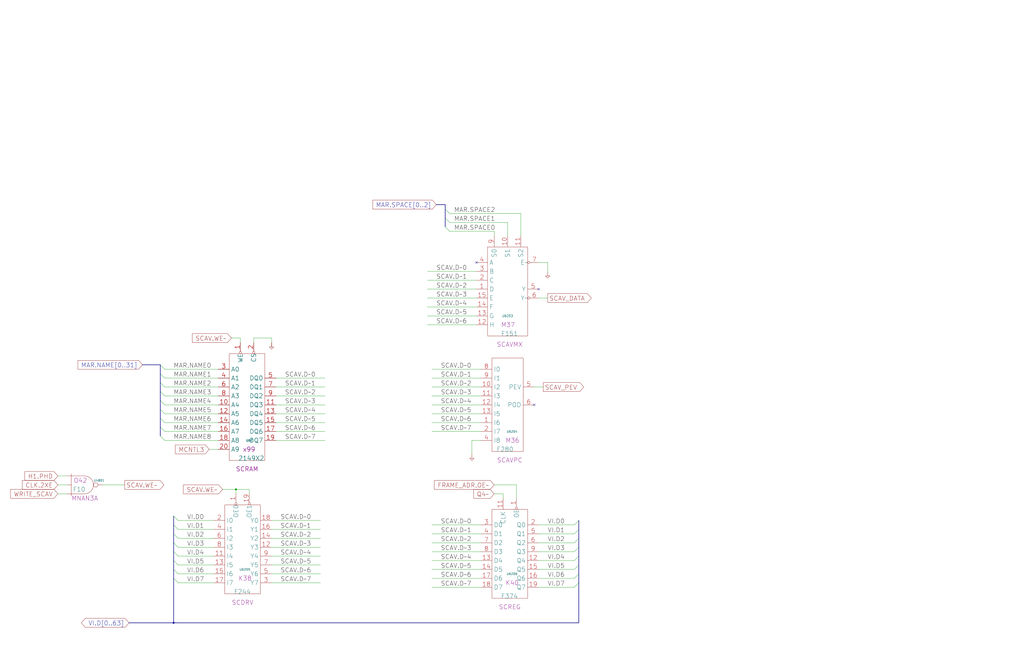
<source format=kicad_sch>
(kicad_sch (version 20230121) (generator eeschema)
  (paper "User" 584.2 378.46)
  (title_block (title "SCAVENGER") (date "20-MAR-90") (rev "1.0") (comment 1 "FIU") (comment 2 "232-003065") (comment 3 "S400") (comment 4 "RELEASED"))
  (lib_symbols
    (symbol "r1000:2149X2" (pin_names (offset 1.016))
      (property "Reference" "U" (at 2.54 5.08 0))
      (property "Value" "2149X2" (at -3.81 -5.08 0))
      (property "Location" "___" (at -1.27 0 0))
      (property "Name" "______" (at 1.27 -12.7 0))
      (symbol "2149X2_1_1"
        (rectangle (start -8.89 54.61) (end 11.43 -6.35))
        (circle (center -2.54 55.245) (radius 0.635))
        (circle (center 5.08 55.245) (radius 0.635))
        (pin input line (at -2.54 60.96 270) (length 5.08) (name "WE") (number "1"))
        (pin input line (at -15.24 25.4 0) (length 6.35) (name "A4") (number "10"))
        (pin bidirectional line (at 17.78 25.4 180) (length 6.35) (name "DQ3") (number "11"))
        (pin input line (at -15.24 20.32 0) (length 6.35) (name "A5") (number "12"))
        (pin bidirectional line (at 17.78 20.32 180) (length 6.35) (name "DQ4") (number "13"))
        (pin input line (at -15.24 15.24 0) (length 6.35) (name "A6") (number "14"))
        (pin bidirectional line (at 17.78 15.24 180) (length 6.35) (name "DQ5") (number "15"))
        (pin input line (at -15.24 10.16 0) (length 6.35) (name "A7") (number "16"))
        (pin bidirectional line (at 17.78 10.16 180) (length 6.35) (name "DQ6") (number "17"))
        (pin input line (at -15.24 5.08 0) (length 6.35) (name "A8") (number "18"))
        (pin bidirectional line (at 17.78 5.08 180) (length 6.35) (name "DQ7") (number "19"))
        (pin input line (at 5.08 60.96 270) (length 5.08) (name "CS") (number "2"))
        (pin input line (at -15.24 0 0) (length 6.35) (name "A9") (number "20"))
        (pin input line (at -15.24 45.72 0) (length 6.35) (name "A0") (number "3"))
        (pin input line (at -15.24 40.64 0) (length 6.35) (name "A1") (number "4"))
        (pin bidirectional line (at 17.78 40.64 180) (length 6.35) (name "DQ0") (number "5"))
        (pin input line (at -15.24 35.56 0) (length 6.35) (name "A2") (number "6"))
        (pin bidirectional line (at 17.78 35.56 180) (length 6.35) (name "DQ1") (number "7"))
        (pin input line (at -15.24 30.48 0) (length 6.35) (name "A3") (number "8"))
        (pin bidirectional line (at 17.78 30.48 180) (length 6.35) (name "DQ2") (number "9"))
      )
    )
    (symbol "r1000:F10" (pin_numbers hide) (pin_names hide)
      (property "Reference" "U" (at 13.335 0 0))
      (property "Value" "F10" (at 5.715 -5.08 0))
      (property "Location" "___" (at -1.27 0 0))
      (property "Name" "______" (at -2.54 -10.16 0))
      (symbol "F10_0_1"
        (polyline (pts (xy -2.54 -7.62) (xy 5.08 -7.62)) (stroke (width 0.1524)))
        (polyline (pts (xy -2.54 2.54) (xy 5.08 2.54)) (stroke (width 0.1524)))
        (polyline (pts (xy -2.54 3.81) (xy -2.54 -8.89)) (stroke (width 0.1524)))
        (arc (start 5.08 -7.62) (mid 10.1282 -2.54) (end 5.08 2.54) (stroke (width 0.1524)))
        (circle (center 11.43 -2.54) (radius 1.27) (stroke (width 0.1524)))
      )
      (symbol "F10_0_2"
        (circle (center -3.81 -7.62) (radius 1.27) (stroke (width 0.1524)))
        (circle (center -3.81 2.54) (radius 1.27) (stroke (width 0.1524)))
        (circle (center -3.175 -2.54) (radius 1.27) (stroke (width 0.1524)))
        (arc (start -2.54 -7.62) (mid -1.8195 -2.54) (end -2.54 2.54) (stroke (width 0.1524)))
        (polyline (pts (xy -4.445 -2.54) (xy -5.08 -2.54)) (stroke (width 0.1524)))
        (polyline (pts (xy -2.54 -7.62) (xy 5.08 -7.62)) (stroke (width 0.1524)))
        (polyline (pts (xy -2.54 2.54) (xy 5.08 2.54)) (stroke (width 0.1524)))
        (polyline (pts (xy 10.795 -2.54) (xy 12.7 -2.54)) (stroke (width 0.1524)))
        (arc (start 5.08 -7.62) (mid 8.4845 -5.6954) (end 10.795 -2.54) (stroke (width 0.1524)))
        (arc (start 10.795 -2.54) (mid 8.4807 0.6111) (end 5.08 2.54) (stroke (width 0.1524)))
      )
      (symbol "F10_1_1"
        (pin input line (at -5.08 2.54 0) (length 2.54) (name "D0") (number "1"))
        (pin input line (at -5.08 -2.54 0) (length 2.54) (name "D1") (number "2"))
        (pin input line (at -5.08 -7.62 0) (length 2.54) (name "D2") (number "3"))
        (pin output line (at 15.24 -2.54 180) (length 2.54) (name "Q") (number "4"))
      )
      (symbol "F10_1_2"
        (pin input line (at -5.08 2.54 0) (length 0) (name "D0") (number "1"))
        (pin input line (at -5.08 -2.54 0) (length 0) (name "D1") (number "2"))
        (pin input line (at -5.08 -7.62 0) (length 0) (name "D2") (number "3"))
        (pin output line (at 15.24 -2.54 180) (length 2.54) (name "Q") (number "4"))
      )
    )
    (symbol "r1000:F151" (pin_names (offset 1.016))
      (property "Reference" "U" (at 2.54 5.08 0))
      (property "Value" "F151" (at -1.27 -5.08 0))
      (property "Location" "___" (at -1.27 0 0))
      (property "Name" "______" (at 3.81 -12.7 0))
      (symbol "F151_1_1"
        (rectangle (start -8.89 44.45) (end 13.97 -6.35))
        (circle (center 14.605 15.24) (radius 0.635))
        (circle (center 14.605 35.56) (radius 0.635))
        (pin input line (at -15.24 20.32 0) (length 6.35) (name "D") (number "1"))
        (pin input line (at 2.54 50.8 270) (length 6.35) (name "S1") (number "10"))
        (pin input line (at 10.16 50.8 270) (length 6.35) (name "S2") (number "11"))
        (pin input line (at -15.24 0 0) (length 6.35) (name "H") (number "12"))
        (pin input line (at -15.24 5.08 0) (length 6.35) (name "G") (number "13"))
        (pin input line (at -15.24 10.16 0) (length 6.35) (name "F") (number "14"))
        (pin input line (at -15.24 15.24 0) (length 6.35) (name "E") (number "15"))
        (pin input line (at -15.24 25.4 0) (length 6.35) (name "C") (number "2"))
        (pin input line (at -15.24 30.48 0) (length 6.35) (name "B") (number "3"))
        (pin input line (at -15.24 35.56 0) (length 6.35) (name "A") (number "4"))
        (pin output line (at 20.32 20.32 180) (length 6.35) (name "Y") (number "5"))
        (pin output line (at 20.32 15.24 180) (length 5.08) (name "Y~") (number "6"))
        (pin input line (at 20.32 35.56 180) (length 5.08) (name "E~") (number "7"))
        (pin input line (at -5.08 50.8 270) (length 6.35) (name "S0") (number "9"))
      )
    )
    (symbol "r1000:F244" (pin_names (offset 1.016))
      (property "Reference" "U" (at 2.54 5.08 0))
      (property "Value" "F244" (at -3.81 -7.62 0))
      (property "Location" "___" (at -1.27 0 0))
      (property "Name" "______" (at 1.27 -15.24 0))
      (symbol "F244_1_1"
        (rectangle (start -8.89 41.91) (end 11.43 -8.89))
        (circle (center -2.54 42.545) (radius 0.635))
        (circle (center 5.08 42.545) (radius 0.635))
        (pin input line (at -2.54 48.26 270) (length 5.08) (name "OE0") (number "1"))
        (pin input line (at -15.24 12.7 0) (length 6.35) (name "I4") (number "11"))
        (pin tri_state line (at 17.78 17.78 180) (length 6.35) (name "Y3") (number "12"))
        (pin input line (at -15.24 7.62 0) (length 6.35) (name "I5") (number "13"))
        (pin tri_state line (at 17.78 22.86 180) (length 6.35) (name "Y2") (number "14"))
        (pin input line (at -15.24 2.54 0) (length 6.35) (name "I6") (number "15"))
        (pin tri_state line (at 17.78 27.94 180) (length 6.35) (name "Y1") (number "16"))
        (pin input line (at -15.24 -2.54 0) (length 6.35) (name "I7") (number "17"))
        (pin tri_state line (at 17.78 33.02 180) (length 6.35) (name "Y0") (number "18"))
        (pin input line (at 5.08 48.26 270) (length 5.08) (name "OE1") (number "19"))
        (pin input line (at -15.24 33.02 0) (length 6.35) (name "I0") (number "2"))
        (pin tri_state line (at 17.78 -2.54 180) (length 6.35) (name "Y7") (number "3"))
        (pin input line (at -15.24 27.94 0) (length 6.35) (name "I1") (number "4"))
        (pin tri_state line (at 17.78 2.54 180) (length 6.35) (name "Y6") (number "5"))
        (pin input line (at -15.24 22.86 0) (length 6.35) (name "I2") (number "6"))
        (pin tri_state line (at 17.78 7.62 180) (length 6.35) (name "Y5") (number "7"))
        (pin input line (at -15.24 17.78 0) (length 6.35) (name "I3") (number "8"))
        (pin tri_state line (at 17.78 12.7 180) (length 6.35) (name "Y4") (number "9"))
      )
    )
    (symbol "r1000:F280" (pin_names (offset 1.016))
      (property "Reference" "U" (at 2.54 5.08 0))
      (property "Value" "F280" (at -6.35 -5.08 0))
      (property "Location" "___" (at -1.27 0 0))
      (property "Name" "______" (at 1.27 -12.7 0))
      (symbol "F280_1_1"
        (rectangle (start -8.89 46.99) (end 8.89 -6.35))
        (pin input line (at -15.24 10.16 0) (length 6.35) (name "I6") (number "1"))
        (pin input line (at -15.24 30.48 0) (length 6.35) (name "I2") (number "10"))
        (pin input line (at -15.24 25.4 0) (length 6.35) (name "I3") (number "11"))
        (pin input line (at -15.24 20.32 0) (length 6.35) (name "I4") (number "12"))
        (pin input line (at -15.24 15.24 0) (length 6.35) (name "I5") (number "13"))
        (pin input line (at -15.24 5.08 0) (length 6.35) (name "I7") (number "2"))
        (pin input line (at -15.24 0 0) (length 6.35) (name "I8") (number "4"))
        (pin output line (at 15.24 30.48 180) (length 6.35) (name "PEV") (number "5"))
        (pin output line (at 15.24 20.32 180) (length 6.35) (name "POD") (number "6"))
        (pin input line (at -15.24 40.64 0) (length 6.35) (name "I0") (number "8"))
        (pin input line (at -15.24 35.56 0) (length 6.35) (name "I1") (number "9"))
      )
    )
    (symbol "r1000:F374" (pin_names (offset 1.016))
      (property "Reference" "U" (at 2.54 5.08 0))
      (property "Value" "F374" (at -3.81 -7.62 0))
      (property "Location" "___" (at -1.27 0 0))
      (property "Name" "______" (at 1.27 -15.24 0))
      (symbol "F374_1_1"
        (rectangle (start -8.89 41.91) (end 11.43 -8.89))
        (circle (center 5.08 42.545) (radius 0.635))
        (pin input line (at 5.08 48.26 270) (length 5.08) (name "OE") (number "1"))
        (pin input line (at -2.54 48.26 270) (length 6.35) (name "CLK") (number "11"))
        (pin tri_state line (at 17.78 12.7 180) (length 6.35) (name "Q4") (number "12"))
        (pin input line (at -15.24 12.7 0) (length 6.35) (name "D4") (number "13"))
        (pin input line (at -15.24 7.62 0) (length 6.35) (name "D5") (number "14"))
        (pin tri_state line (at 17.78 7.62 180) (length 6.35) (name "Q5") (number "15"))
        (pin tri_state line (at 17.78 2.54 180) (length 6.35) (name "Q6") (number "16"))
        (pin input line (at -15.24 2.54 0) (length 6.35) (name "D6") (number "17"))
        (pin input line (at -15.24 -2.54 0) (length 6.35) (name "D7") (number "18"))
        (pin tri_state line (at 17.78 -2.54 180) (length 6.35) (name "Q7") (number "19"))
        (pin tri_state line (at 17.78 33.02 180) (length 6.35) (name "Q0") (number "2"))
        (pin input line (at -15.24 33.02 0) (length 6.35) (name "D0") (number "3"))
        (pin input line (at -15.24 27.94 0) (length 6.35) (name "D1") (number "4"))
        (pin tri_state line (at 17.78 27.94 180) (length 6.35) (name "Q1") (number "5"))
        (pin tri_state line (at 17.78 22.86 180) (length 6.35) (name "Q2") (number "6"))
        (pin input line (at -15.24 22.86 0) (length 6.35) (name "D2") (number "7"))
        (pin input line (at -15.24 17.78 0) (length 6.35) (name "D3") (number "8"))
        (pin tri_state line (at 17.78 17.78 180) (length 6.35) (name "Q3") (number "9"))
      )
    )
    (symbol "r1000:PD" (power) (pin_numbers hide) (pin_names hide) (in_bom no)
      (symbol "PD_0_1"
        (polyline (pts (xy 0 -2.54) (xy 1.27 -2.54) (xy 0 -3.81) (xy -1.27 -2.54) (xy 0 -2.54)) (stroke (width 0.1524)))
      )
      (symbol "PD_1_1"
        (pin power_in line (at 0 0 270) (length 2.54) (name "PD") (number "1"))
      )
    )
  )
  (junction (at 99.06 355.6))
  (junction (at 134.62 279.4))
  (no_connect (at 304.8 231.14))
  (no_connect (at 271.78 149.86))
  (no_connect (at 307.34 165.1))
  (bus_entry (at 330.2 307.34) (size -2.54 2.54))
  (bus_entry (at 330.2 317.5) (size -2.54 2.54))
  (bus_entry (at 330.2 312.42) (size -2.54 2.54))
  (bus_entry (at 99.06 314.96) (size 2.54 2.54))
  (bus_entry (at 330.2 302.26) (size -2.54 2.54))
  (bus_entry (at 330.2 332.74) (size -2.54 2.54))
  (bus_entry (at 91.44 233.68) (size 2.54 2.54))
  (bus_entry (at 99.06 294.64) (size 2.54 2.54))
  (bus_entry (at 91.44 248.92) (size 2.54 2.54))
  (bus_entry (at 254 119.38) (size 2.54 2.54))
  (bus_entry (at 91.44 218.44) (size 2.54 2.54))
  (bus_entry (at 99.06 325.12) (size 2.54 2.54))
  (bus_entry (at 99.06 299.72) (size 2.54 2.54))
  (bus_entry (at 254 124.46) (size 2.54 2.54))
  (bus_entry (at 91.44 243.84) (size 2.54 2.54))
  (bus_entry (at 330.2 322.58) (size -2.54 2.54))
  (bus_entry (at 99.06 304.8) (size 2.54 2.54))
  (bus_entry (at 91.44 228.6) (size 2.54 2.54))
  (bus_entry (at 91.44 223.52) (size 2.54 2.54))
  (bus_entry (at 254 129.54) (size 2.54 2.54))
  (bus_entry (at 99.06 309.88) (size 2.54 2.54))
  (bus_entry (at 99.06 330.2) (size 2.54 2.54))
  (bus_entry (at 330.2 297.18) (size -2.54 2.54))
  (bus_entry (at 91.44 213.36) (size 2.54 2.54))
  (bus_entry (at 91.44 208.28) (size 2.54 2.54))
  (bus_entry (at 330.2 327.66) (size -2.54 2.54))
  (bus_entry (at 99.06 320.04) (size 2.54 2.54))
  (bus_entry (at 91.44 238.76) (size 2.54 2.54))
  (wire (pts (xy 93.98 236.22) (xy 124.46 236.22)))
  (wire (pts (xy 287.02 281.94) (xy 281.94 281.94)))
  (wire (pts (xy 101.6 307.34) (xy 121.92 307.34)))
  (wire (pts (xy 246.38 299.72) (xy 274.32 299.72)))
  (bus (pts (xy 330.2 327.66) (xy 330.2 332.74)))
  (wire (pts (xy 154.94 322.58) (xy 182.88 322.58)))
  (wire (pts (xy 132.08 193.04) (xy 137.16 193.04)))
  (wire (pts (xy 307.34 170.18) (xy 312.42 170.18)))
  (wire (pts (xy 154.94 317.5) (xy 182.88 317.5)))
  (wire (pts (xy 294.64 276.86) (xy 281.94 276.86)))
  (wire (pts (xy 101.6 312.42) (xy 121.92 312.42)))
  (bus (pts (xy 330.2 312.42) (xy 330.2 317.5)))
  (wire (pts (xy 287.02 284.48) (xy 287.02 281.94)))
  (wire (pts (xy 157.48 231.14) (xy 185.42 231.14)))
  (wire (pts (xy 307.34 325.12) (xy 327.66 325.12)))
  (bus (pts (xy 91.44 238.76) (xy 91.44 243.84)))
  (wire (pts (xy 246.38 220.98) (xy 274.32 220.98)))
  (wire (pts (xy 127 279.4) (xy 134.62 279.4)))
  (wire (pts (xy 307.34 299.72) (xy 327.66 299.72)))
  (wire (pts (xy 154.94 312.42) (xy 182.88 312.42)))
  (wire (pts (xy 281.94 134.62) (xy 281.94 132.08)))
  (wire (pts (xy 243.84 185.42) (xy 271.78 185.42)))
  (wire (pts (xy 33.02 276.86) (xy 38.1 276.86)))
  (wire (pts (xy 304.8 220.98) (xy 309.88 220.98)))
  (wire (pts (xy 157.48 251.46) (xy 185.42 251.46)))
  (bus (pts (xy 99.06 294.64) (xy 99.06 299.72)))
  (wire (pts (xy 93.98 231.14) (xy 124.46 231.14)))
  (wire (pts (xy 157.48 220.98) (xy 185.42 220.98)))
  (wire (pts (xy 312.42 154.94) (xy 312.42 149.86)))
  (wire (pts (xy 144.78 195.58) (xy 144.78 193.04)))
  (wire (pts (xy 243.84 165.1) (xy 271.78 165.1)))
  (bus (pts (xy 330.2 322.58) (xy 330.2 327.66)))
  (wire (pts (xy 246.38 236.22) (xy 274.32 236.22)))
  (bus (pts (xy 99.06 299.72) (xy 99.06 304.8)))
  (wire (pts (xy 294.64 284.48) (xy 294.64 276.86)))
  (wire (pts (xy 93.98 215.9) (xy 124.46 215.9)))
  (bus (pts (xy 91.44 223.52) (xy 91.44 228.6)))
  (wire (pts (xy 154.94 195.58) (xy 154.94 193.04)))
  (wire (pts (xy 307.34 309.88) (xy 327.66 309.88)))
  (wire (pts (xy 307.34 330.2) (xy 327.66 330.2)))
  (wire (pts (xy 246.38 309.88) (xy 274.32 309.88)))
  (wire (pts (xy 157.48 246.38) (xy 185.42 246.38)))
  (wire (pts (xy 246.38 314.96) (xy 274.32 314.96)))
  (wire (pts (xy 93.98 246.38) (xy 124.46 246.38)))
  (bus (pts (xy 330.2 297.18) (xy 330.2 302.26)))
  (wire (pts (xy 154.94 297.18) (xy 182.88 297.18)))
  (bus (pts (xy 91.44 213.36) (xy 91.44 218.44)))
  (wire (pts (xy 93.98 210.82) (xy 124.46 210.82)))
  (wire (pts (xy 154.94 332.74) (xy 182.88 332.74)))
  (wire (pts (xy 142.24 281.94) (xy 142.24 279.4)))
  (wire (pts (xy 246.38 335.28) (xy 274.32 335.28)))
  (wire (pts (xy 157.48 236.22) (xy 185.42 236.22)))
  (wire (pts (xy 246.38 210.82) (xy 274.32 210.82)))
  (bus (pts (xy 99.06 314.96) (xy 99.06 320.04)))
  (bus (pts (xy 330.2 332.74) (xy 330.2 355.6)))
  (wire (pts (xy 289.56 127) (xy 256.54 127)))
  (bus (pts (xy 73.66 355.6) (xy 99.06 355.6)))
  (wire (pts (xy 101.6 327.66) (xy 121.92 327.66)))
  (wire (pts (xy 246.38 215.9) (xy 274.32 215.9)))
  (bus (pts (xy 99.06 320.04) (xy 99.06 325.12)))
  (wire (pts (xy 246.38 226.06) (xy 274.32 226.06)))
  (bus (pts (xy 91.44 243.84) (xy 91.44 248.92)))
  (wire (pts (xy 297.18 134.62) (xy 297.18 121.92)))
  (wire (pts (xy 93.98 220.98) (xy 124.46 220.98)))
  (wire (pts (xy 246.38 231.14) (xy 274.32 231.14)))
  (wire (pts (xy 307.34 304.8) (xy 327.66 304.8)))
  (wire (pts (xy 142.24 279.4) (xy 134.62 279.4)))
  (bus (pts (xy 248.92 116.84) (xy 254 116.84)))
  (wire (pts (xy 157.48 215.9) (xy 185.42 215.9)))
  (wire (pts (xy 269.24 251.46) (xy 274.32 251.46)))
  (wire (pts (xy 93.98 251.46) (xy 124.46 251.46)))
  (bus (pts (xy 99.06 304.8) (xy 99.06 309.88)))
  (wire (pts (xy 101.6 302.26) (xy 121.92 302.26)))
  (wire (pts (xy 243.84 175.26) (xy 271.78 175.26)))
  (bus (pts (xy 99.06 325.12) (xy 99.06 330.2)))
  (wire (pts (xy 307.34 335.28) (xy 327.66 335.28)))
  (wire (pts (xy 246.38 246.38) (xy 274.32 246.38)))
  (wire (pts (xy 144.78 193.04) (xy 154.94 193.04)))
  (bus (pts (xy 91.44 228.6) (xy 91.44 233.68)))
  (bus (pts (xy 330.2 317.5) (xy 330.2 322.58)))
  (wire (pts (xy 93.98 241.3) (xy 124.46 241.3)))
  (bus (pts (xy 99.06 330.2) (xy 99.06 355.6)))
  (wire (pts (xy 119.38 256.54) (xy 124.46 256.54)))
  (wire (pts (xy 157.48 226.06) (xy 185.42 226.06)))
  (wire (pts (xy 246.38 330.2) (xy 274.32 330.2)))
  (wire (pts (xy 243.84 170.18) (xy 271.78 170.18)))
  (wire (pts (xy 101.6 297.18) (xy 121.92 297.18)))
  (wire (pts (xy 101.6 322.58) (xy 121.92 322.58)))
  (wire (pts (xy 134.62 279.4) (xy 134.62 281.94)))
  (wire (pts (xy 154.94 302.26) (xy 182.88 302.26)))
  (wire (pts (xy 289.56 134.62) (xy 289.56 127)))
  (wire (pts (xy 33.02 281.94) (xy 38.1 281.94)))
  (wire (pts (xy 243.84 154.94) (xy 271.78 154.94)))
  (wire (pts (xy 137.16 193.04) (xy 137.16 195.58)))
  (wire (pts (xy 58.42 276.86) (xy 71.12 276.86)))
  (wire (pts (xy 246.38 325.12) (xy 274.32 325.12)))
  (wire (pts (xy 256.54 132.08) (xy 281.94 132.08)))
  (wire (pts (xy 307.34 314.96) (xy 327.66 314.96)))
  (wire (pts (xy 157.48 241.3) (xy 185.42 241.3)))
  (bus (pts (xy 330.2 302.26) (xy 330.2 307.34)))
  (bus (pts (xy 91.44 218.44) (xy 91.44 223.52)))
  (wire (pts (xy 101.6 317.5) (xy 121.92 317.5)))
  (bus (pts (xy 254 124.46) (xy 254 129.54)))
  (wire (pts (xy 154.94 307.34) (xy 182.88 307.34)))
  (bus (pts (xy 91.44 233.68) (xy 91.44 238.76)))
  (wire (pts (xy 307.34 320.04) (xy 327.66 320.04)))
  (bus (pts (xy 91.44 208.28) (xy 91.44 213.36)))
  (bus (pts (xy 254 119.38) (xy 254 124.46)))
  (bus (pts (xy 254 116.84) (xy 254 119.38)))
  (wire (pts (xy 154.94 327.66) (xy 182.88 327.66)))
  (wire (pts (xy 246.38 241.3) (xy 274.32 241.3)))
  (bus (pts (xy 99.06 309.88) (xy 99.06 314.96)))
  (wire (pts (xy 93.98 226.06) (xy 124.46 226.06)))
  (wire (pts (xy 246.38 304.8) (xy 274.32 304.8)))
  (wire (pts (xy 38.1 271.78) (xy 33.02 271.78)))
  (wire (pts (xy 269.24 259.08) (xy 269.24 251.46)))
  (wire (pts (xy 101.6 332.74) (xy 121.92 332.74)))
  (bus (pts (xy 99.06 355.6) (xy 330.2 355.6)))
  (wire (pts (xy 312.42 149.86) (xy 307.34 149.86)))
  (wire (pts (xy 297.18 121.92) (xy 256.54 121.92)))
  (wire (pts (xy 243.84 160.02) (xy 271.78 160.02)))
  (bus (pts (xy 330.2 307.34) (xy 330.2 312.42)))
  (wire (pts (xy 243.84 180.34) (xy 271.78 180.34)))
  (bus (pts (xy 81.28 208.28) (xy 91.44 208.28)))
  (wire (pts (xy 246.38 320.04) (xy 274.32 320.04)))
  (label "MAR.NAME5" (at 99.06 236.22 0) (effects (font (size 2.54 2.54))))
  (label "SCAV.D~3" (at 160.02 312.42 0) (effects (font (size 2.54 2.54))))
  (label "SCAV.D~3" (at 248.92 170.18 0) (effects (font (size 2.54 2.54))))
  (label "SCAV.D~2" (at 251.46 309.88 0) (effects (font (size 2.54 2.54))))
  (label "VI.D3" (at 106.68 312.42 0) (effects (font (size 2.54 2.54))))
  (label "SCAV.D~2" (at 162.56 226.06 0) (effects (font (size 2.54 2.54))))
  (label "SCAV.D~4" (at 160.02 317.5 0) (effects (font (size 2.54 2.54))))
  (label "SCAV.D~6" (at 162.56 246.38 0) (effects (font (size 2.54 2.54))))
  (label "VI.D6" (at 106.68 327.66 0) (effects (font (size 2.54 2.54))))
  (label "VI.D7" (at 106.68 332.74 0) (effects (font (size 2.54 2.54))))
  (label "VI.D1" (at 312.42 304.8 0) (effects (font (size 2.54 2.54))))
  (label "VI.D7" (at 312.42 335.28 0) (effects (font (size 2.54 2.54))))
  (label "VI.D5" (at 106.68 322.58 0) (effects (font (size 2.54 2.54))))
  (label "VI.D4" (at 312.42 320.04 0) (effects (font (size 2.54 2.54))))
  (label "SCAV.D~7" (at 251.46 246.38 0) (effects (font (size 2.54 2.54))))
  (label "VI.D1" (at 106.68 302.26 0) (effects (font (size 2.54 2.54))))
  (label "MAR.SPACE1" (at 259.08 127 0) (effects (font (size 2.54 2.54))))
  (label "MAR.NAME7" (at 99.06 246.38 0) (effects (font (size 2.54 2.54))))
  (label "MAR.NAME6" (at 99.06 241.3 0) (effects (font (size 2.54 2.54))))
  (label "SCAV.D~6" (at 248.92 185.42 0) (effects (font (size 2.54 2.54))))
  (label "VI.D5" (at 312.42 325.12 0) (effects (font (size 2.54 2.54))))
  (label "MAR.SPACE2" (at 259.08 121.92 0) (effects (font (size 2.54 2.54))))
  (label "VI.D0" (at 312.42 299.72 0) (effects (font (size 2.54 2.54))))
  (label "SCAV.D~6" (at 251.46 241.3 0) (effects (font (size 2.54 2.54))))
  (label "SCAV.D~7" (at 160.02 332.74 0) (effects (font (size 2.54 2.54))))
  (label "SCAV.D~6" (at 160.02 327.66 0) (effects (font (size 2.54 2.54))))
  (label "SCAV.D~1" (at 160.02 302.26 0) (effects (font (size 2.54 2.54))))
  (label "SCAV.D~4" (at 251.46 231.14 0) (effects (font (size 2.54 2.54))))
  (label "MAR.NAME8" (at 99.06 251.46 0) (effects (font (size 2.54 2.54))))
  (label "MAR.SPACE0" (at 259.08 132.08 0) (effects (font (size 2.54 2.54))))
  (label "SCAV.D~7" (at 251.46 335.28 0) (effects (font (size 2.54 2.54))))
  (label "VI.D3" (at 312.42 314.96 0) (effects (font (size 2.54 2.54))))
  (label "SCAV.D~1" (at 251.46 304.8 0) (effects (font (size 2.54 2.54))))
  (label "SCAV.D~2" (at 248.92 165.1 0) (effects (font (size 2.54 2.54))))
  (label "VI.D6" (at 312.42 330.2 0) (effects (font (size 2.54 2.54))))
  (label "SCAV.D~5" (at 248.92 180.34 0) (effects (font (size 2.54 2.54))))
  (label "SCAV.D~0" (at 251.46 299.72 0) (effects (font (size 2.54 2.54))))
  (label "SCAV.D~0" (at 248.92 154.94 0) (effects (font (size 2.54 2.54))))
  (label "SCAV.D~7" (at 162.56 251.46 0) (effects (font (size 2.54 2.54))))
  (label "SCAV.D~4" (at 251.46 320.04 0) (effects (font (size 2.54 2.54))))
  (label "SCAV.D~1" (at 251.46 215.9 0) (effects (font (size 2.54 2.54))))
  (label "SCAV.D~5" (at 162.56 241.3 0) (effects (font (size 2.54 2.54))))
  (label "SCAV.D~5" (at 251.46 236.22 0) (effects (font (size 2.54 2.54))))
  (label "VI.D4" (at 106.68 317.5 0) (effects (font (size 2.54 2.54))))
  (label "MAR.NAME2" (at 99.06 220.98 0) (effects (font (size 2.54 2.54))))
  (label "SCAV.D~3" (at 162.56 231.14 0) (effects (font (size 2.54 2.54))))
  (label "SCAV.D~2" (at 160.02 307.34 0) (effects (font (size 2.54 2.54))))
  (label "MAR.NAME3" (at 99.06 226.06 0) (effects (font (size 2.54 2.54))))
  (label "MAR.NAME1" (at 99.06 215.9 0) (effects (font (size 2.54 2.54))))
  (label "SCAV.D~4" (at 162.56 236.22 0) (effects (font (size 2.54 2.54))))
  (label "SCAV.D~0" (at 160.02 297.18 0) (effects (font (size 2.54 2.54))))
  (label "SCAV.D~3" (at 251.46 314.96 0) (effects (font (size 2.54 2.54))))
  (label "SCAV.D~5" (at 251.46 325.12 0) (effects (font (size 2.54 2.54))))
  (label "SCAV.D~1" (at 248.92 160.02 0) (effects (font (size 2.54 2.54))))
  (label "SCAV.D~0" (at 162.56 215.9 0) (effects (font (size 2.54 2.54))))
  (label "SCAV.D~1" (at 162.56 220.98 0) (effects (font (size 2.54 2.54))))
  (label "VI.D2" (at 312.42 309.88 0) (effects (font (size 2.54 2.54))))
  (label "SCAV.D~4" (at 248.92 175.26 0) (effects (font (size 2.54 2.54))))
  (label "MAR.NAME4" (at 99.06 231.14 0) (effects (font (size 2.54 2.54))))
  (label "MAR.NAME0" (at 99.06 210.82 0) (effects (font (size 2.54 2.54))))
  (label "SCAV.D~3" (at 251.46 226.06 0) (effects (font (size 2.54 2.54))))
  (label "SCAV.D~5" (at 160.02 322.58 0) (effects (font (size 2.54 2.54))))
  (label "VI.D2" (at 106.68 307.34 0) (effects (font (size 2.54 2.54))))
  (label "VI.D0" (at 106.68 297.18 0) (effects (font (size 2.54 2.54))))
  (label "SCAV.D~6" (at 251.46 330.2 0) (effects (font (size 2.54 2.54))))
  (label "SCAV.D~0" (at 251.46 210.82 0) (effects (font (size 2.54 2.54))))
  (label "SCAV.D~2" (at 251.46 220.98 0) (effects (font (size 2.54 2.54))))
  (global_label "FRAME_ADR.OE~" (shape input) (at 281.94 276.86 180) (effects (font (size 2.54 2.54))) (property "Intersheetrefs" "${INTERSHEET_REFS}" (at 247.8435 276.7013 0) (effects (font (size 1.905 1.905)) (justify right))))
  (global_label "MAR.NAME[0..31]" (shape input) (at 81.28 208.28 180) (effects (font (size 2.54 2.54))) (property "Intersheetrefs" "${INTERSHEET_REFS}" (at 43.8559 208.28 0) (effects (font (size 1.905 1.905)) (justify right))))
  (global_label "MCNTL3" (shape input) (at 119.38 256.54 180) (effects (font (size 2.54 2.54))) (property "Intersheetrefs" "${INTERSHEET_REFS}" (at 100.0397 256.3813 0) (effects (font (size 1.905 1.905)) (justify right))))
  (global_label "Q4~" (shape input) (at 281.94 281.94 180) (effects (font (size 2.54 2.54))) (property "Intersheetrefs" "${INTERSHEET_REFS}" (at 270.2197 281.7813 0) (effects (font (size 1.905 1.905)) (justify right))))
  (global_label "MAR.SPACE[0..2]" (shape input) (at 248.92 116.84 180) (effects (font (size 2.54 2.54))) (property "Intersheetrefs" "${INTERSHEET_REFS}" (at 212.6464 116.6813 0) (effects (font (size 1.905 1.905)) (justify right))))
  (global_label "CLK.2XE" (shape input) (at 33.02 276.86 180) (effects (font (size 2.54 2.54))) (property "Intersheetrefs" "${INTERSHEET_REFS}" (at 6.734 276.7013 0) (effects (font (size 1.905 1.905)) (justify right))))
  (global_label "SCAV.WE~" (shape output) (at 71.12 276.86 0) (effects (font (size 2.54 2.54))) (property "Intersheetrefs" "${INTERSHEET_REFS}" (at 93.2936 276.7013 0) (effects (font (size 1.905 1.905)) (justify left))))
  (global_label "SCAV_PEV" (shape output) (at 309.88 220.98 0) (effects (font (size 2.54 2.54))) (property "Intersheetrefs" "${INTERSHEET_REFS}" (at 332.9698 220.8213 0) (effects (font (size 1.905 1.905)) (justify left))))
  (global_label "SCAV_DATA" (shape output) (at 312.42 170.18 0) (effects (font (size 2.54 2.54))) (property "Intersheetrefs" "${INTERSHEET_REFS}" (at 337.3241 170.0213 0) (effects (font (size 1.905 1.905)) (justify left))))
  (global_label "SCAV.WE~" (shape input) (at 132.08 193.04 180) (effects (font (size 2.54 2.54))) (property "Intersheetrefs" "${INTERSHEET_REFS}" (at 109.7159 192.8813 0) (effects (font (size 1.905 1.905)) (justify right))))
  (global_label "VI.D[0..63]" (shape bidirectional) (at 73.66 355.6 180) (effects (font (size 2.54 2.54))) (property "Intersheetrefs" "${INTERSHEET_REFS}" (at 45.7459 355.6 0) (effects (font (size 1.905 1.905)) (justify right))))
  (global_label "H1.PHD" (shape input) (at 33.02 271.78 180) (effects (font (size 2.54 2.54))) (property "Intersheetrefs" "${INTERSHEET_REFS}" (at 13.179 271.78 0) (effects (justify right))))
  (global_label "SCAV.WE~" (shape input) (at 127 279.4 180) (effects (font (size 2.54 2.54))) (property "Intersheetrefs" "${INTERSHEET_REFS}" (at 104.6359 279.2413 0) (effects (font (size 1.905 1.905)) (justify right))))
  (global_label "WRITE_SCAV" (shape input) (at 33.02 281.94 180) (effects (font (size 2.54 2.54))) (property "Intersheetrefs" "${INTERSHEET_REFS}" (at 6.2502 281.7813 0) (effects (font (size 1.905 1.905)) (justify right))))
  (symbol (lib_id "r1000:F374") (at 289.56 332.74 0) (unit 1)
    (property "Reference" "U6206" (at 292.1 327.66 0))
    (property "Value" "F374" (at 285.75 340.36 0) (effects (font (size 2.54 2.54)) (justify left)))
    (property "Location" "K40" (at 288.29 332.74 0) (effects (font (size 2.54 2.54)) (justify left)))
    (property "Name" "SCREG" (at 290.83 347.98 0) (effects (font (size 2.54 2.54)) (justify bottom)))
  )
  (symbol (lib_id "r1000:PD") (at 269.24 259.08 0) (unit 1) (in_bom no)
    (property "Reference" "#PWR06203" (effects hide))
    (property "Value" "PD" (effects hide))
  )
  (symbol (lib_id "r1000:2149X2") (at 139.7 256.54 0) (unit 1)
    (property "Reference" "U67" (at 142.24 251.46 0))
    (property "Value" "2149X2" (at 135.89 261.62 0) (effects (font (size 2.54 2.54)) (justify left)))
    (property "Location" "x99" (at 138.43 256.54 0) (effects (font (size 2.54 2.54)) (justify left)))
    (property "Name" "SCRAM" (at 140.97 269.24 0) (effects (font (size 2.54 2.54)) (justify bottom)))
  )
  (symbol (lib_id "r1000:PD") (at 154.94 195.58 0) (unit 1) (in_bom no)
    (property "Reference" "#PWR06201" (effects hide))
    (property "Value" "PD" (effects hide))
  )
  (symbol (lib_id "r1000:F244") (at 137.16 330.2 0) (unit 1)
    (property "Reference" "U6205" (at 139.7 325.12 0))
    (property "Value" "F244" (at 133.35 337.82 0) (effects (font (size 2.54 2.54)) (justify left)))
    (property "Location" "K38" (at 135.89 330.2 0) (effects (font (size 2.54 2.54)) (justify left)))
    (property "Name" "SCDRV" (at 138.43 345.44 0) (effects (font (size 2.54 2.54)) (justify bottom)))
  )
  (symbol (lib_id "r1000:F280") (at 289.56 251.46 0) (unit 1)
    (property "Reference" "U6204" (at 292.1 246.38 0))
    (property "Value" "F280" (at 283.21 256.54 0) (effects (font (size 2.54 2.54)) (justify left)))
    (property "Location" "M36" (at 288.29 251.46 0) (effects (font (size 2.54 2.54)) (justify left)))
    (property "Name" "SCAVPC" (at 290.83 264.16 0) (effects (font (size 2.54 2.54)) (justify bottom)))
  )
  (symbol (lib_id "r1000:PD") (at 312.42 154.94 0) (unit 1) (in_bom no)
    (property "Reference" "#PWR06205" (effects hide))
    (property "Value" "PD" (effects hide))
  )
  (symbol (lib_id "r1000:F151") (at 287.02 185.42 0) (unit 1)
    (property "Reference" "U6203" (at 289.56 180.34 0))
    (property "Value" "F151" (at 285.75 190.5 0) (effects (font (size 2.54 2.54)) (justify left)))
    (property "Location" "M37" (at 285.75 185.42 0) (effects (font (size 2.54 2.54)) (justify left)))
    (property "Name" "SCAVMX" (at 290.83 198.12 0) (effects (font (size 2.54 2.54)) (justify bottom)))
  )
  (symbol (lib_id "r1000:F10") (at 43.18 274.32 0) (unit 1)
    (property "Reference" "U4801" (at 56.515 274.32 0))
    (property "Value" "F10" (at 48.895 279.4 0) (effects (font (size 2.54 2.54)) (justify right)))
    (property "Location" "O42" (at 41.91 274.32 0) (effects (font (size 2.54 2.54)) (justify left)))
    (property "Name" "MNAN3A" (at 40.64 284.48 0) (effects (font (size 2.54 2.54)) (justify left)))
  )
)
</source>
